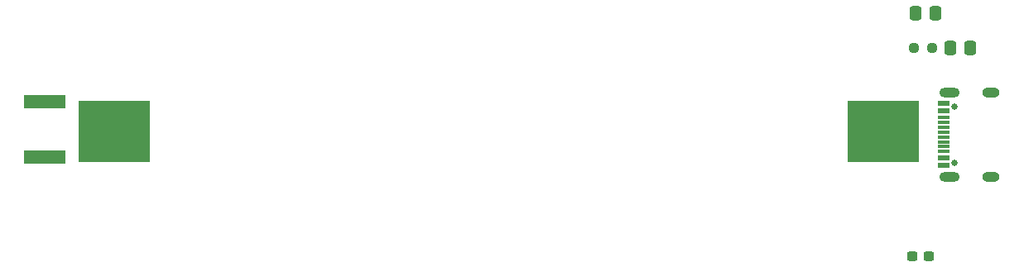
<source format=gbr>
%TF.GenerationSoftware,KiCad,Pcbnew,6.0.11+dfsg-1*%
%TF.CreationDate,2025-12-05T11:14:30+02:00*%
%TF.ProjectId,esp32_loraprs_c3,65737033-325f-46c6-9f72-617072735f63,rev?*%
%TF.SameCoordinates,Original*%
%TF.FileFunction,Soldermask,Bot*%
%TF.FilePolarity,Negative*%
%FSLAX46Y46*%
G04 Gerber Fmt 4.6, Leading zero omitted, Abs format (unit mm)*
G04 Created by KiCad (PCBNEW 6.0.11+dfsg-1) date 2025-12-05 11:14:30*
%MOMM*%
%LPD*%
G01*
G04 APERTURE LIST*
G04 Aperture macros list*
%AMRoundRect*
0 Rectangle with rounded corners*
0 $1 Rounding radius*
0 $2 $3 $4 $5 $6 $7 $8 $9 X,Y pos of 4 corners*
0 Add a 4 corners polygon primitive as box body*
4,1,4,$2,$3,$4,$5,$6,$7,$8,$9,$2,$3,0*
0 Add four circle primitives for the rounded corners*
1,1,$1+$1,$2,$3*
1,1,$1+$1,$4,$5*
1,1,$1+$1,$6,$7*
1,1,$1+$1,$8,$9*
0 Add four rect primitives between the rounded corners*
20,1,$1+$1,$2,$3,$4,$5,0*
20,1,$1+$1,$4,$5,$6,$7,0*
20,1,$1+$1,$6,$7,$8,$9,0*
20,1,$1+$1,$8,$9,$2,$3,0*%
G04 Aperture macros list end*
%ADD10R,4.200000X1.350000*%
%ADD11RoundRect,0.250000X-0.337500X-0.475000X0.337500X-0.475000X0.337500X0.475000X-0.337500X0.475000X0*%
%ADD12C,0.650000*%
%ADD13R,1.240000X0.600000*%
%ADD14R,1.240000X0.300000*%
%ADD15O,2.100000X1.000000*%
%ADD16O,1.800000X1.000000*%
%ADD17RoundRect,0.237500X-0.250000X-0.237500X0.250000X-0.237500X0.250000X0.237500X-0.250000X0.237500X0*%
%ADD18R,7.340000X6.350000*%
%ADD19RoundRect,0.237500X-0.300000X-0.237500X0.300000X-0.237500X0.300000X0.237500X-0.300000X0.237500X0*%
G04 APERTURE END LIST*
D10*
%TO.C,J1*%
X66892500Y-67025000D03*
X66892500Y-72675000D03*
%TD*%
D11*
%TO.C,C10*%
X155934500Y-57912000D03*
X158009500Y-57912000D03*
%TD*%
%TO.C,C4*%
X159490500Y-61468000D03*
X161565500Y-61468000D03*
%TD*%
D12*
%TO.C,J2*%
X159955000Y-67468000D03*
X159955000Y-73248000D03*
D13*
X158835000Y-67158000D03*
X158835000Y-67958000D03*
D14*
X158835000Y-69108000D03*
X158835000Y-70108000D03*
X158835000Y-70608000D03*
X158835000Y-71608000D03*
D13*
X158835000Y-72758000D03*
X158835000Y-73558000D03*
X158835000Y-73558000D03*
X158835000Y-72758000D03*
D14*
X158835000Y-72108000D03*
X158835000Y-71108000D03*
X158835000Y-69608000D03*
X158835000Y-68608000D03*
D13*
X158835000Y-67958000D03*
X158835000Y-67158000D03*
D15*
X159435000Y-66038000D03*
X159435000Y-74678000D03*
D16*
X163635000Y-74678000D03*
X163635000Y-66038000D03*
%TD*%
D17*
%TO.C,R6*%
X155805500Y-61468000D03*
X157630500Y-61468000D03*
%TD*%
D18*
%TO.C,BT1*%
X152614000Y-70061000D03*
X73954000Y-70061000D03*
%TD*%
D19*
%TO.C,C1*%
X155601500Y-82804000D03*
X157326500Y-82804000D03*
%TD*%
M02*

</source>
